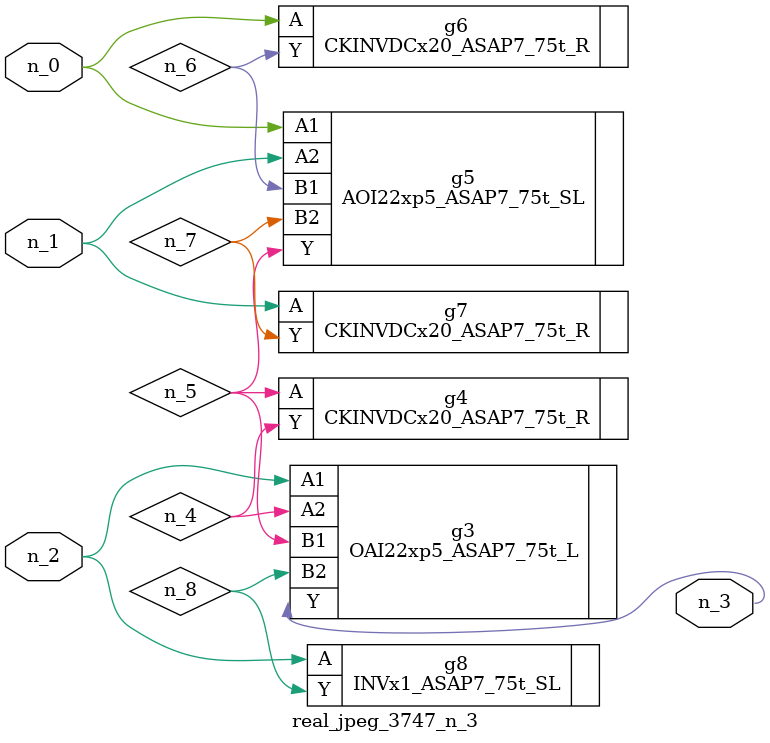
<source format=v>
module real_jpeg_3747_n_3 (n_1, n_0, n_2, n_3);

input n_1;
input n_0;
input n_2;

output n_3;

wire n_5;
wire n_4;
wire n_8;
wire n_6;
wire n_7;

AOI22xp5_ASAP7_75t_SL g5 ( 
.A1(n_0),
.A2(n_1),
.B1(n_6),
.B2(n_7),
.Y(n_5)
);

CKINVDCx20_ASAP7_75t_R g6 ( 
.A(n_0),
.Y(n_6)
);

CKINVDCx20_ASAP7_75t_R g7 ( 
.A(n_1),
.Y(n_7)
);

OAI22xp5_ASAP7_75t_L g3 ( 
.A1(n_2),
.A2(n_4),
.B1(n_5),
.B2(n_8),
.Y(n_3)
);

INVx1_ASAP7_75t_SL g8 ( 
.A(n_2),
.Y(n_8)
);

CKINVDCx20_ASAP7_75t_R g4 ( 
.A(n_5),
.Y(n_4)
);


endmodule
</source>
